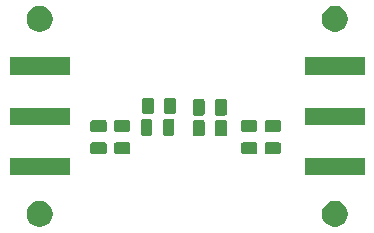
<source format=gbr>
G04 #@! TF.GenerationSoftware,KiCad,Pcbnew,(5.0.2)-1*
G04 #@! TF.CreationDate,2019-06-26T13:49:51+02:00*
G04 #@! TF.ProjectId,2.0,322e302e-6b69-4636-9164-5f7063625858,rev?*
G04 #@! TF.SameCoordinates,Original*
G04 #@! TF.FileFunction,Soldermask,Top*
G04 #@! TF.FilePolarity,Negative*
%FSLAX46Y46*%
G04 Gerber Fmt 4.6, Leading zero omitted, Abs format (unit mm)*
G04 Created by KiCad (PCBNEW (5.0.2)-1) date 06/26/19 13:49:51*
%MOMM*%
%LPD*%
G01*
G04 APERTURE LIST*
%ADD10C,0.100000*%
G04 APERTURE END LIST*
D10*
G36*
X138070857Y-104192272D02*
X138271042Y-104275191D01*
X138451213Y-104395578D01*
X138604422Y-104548787D01*
X138724809Y-104728958D01*
X138807728Y-104929143D01*
X138850000Y-105141658D01*
X138850000Y-105358342D01*
X138807728Y-105570857D01*
X138724809Y-105771042D01*
X138604422Y-105951213D01*
X138451213Y-106104422D01*
X138271042Y-106224809D01*
X138070857Y-106307728D01*
X137858342Y-106350000D01*
X137641658Y-106350000D01*
X137429143Y-106307728D01*
X137228958Y-106224809D01*
X137048787Y-106104422D01*
X136895578Y-105951213D01*
X136775191Y-105771042D01*
X136692272Y-105570857D01*
X136650000Y-105358342D01*
X136650000Y-105141658D01*
X136692272Y-104929143D01*
X136775191Y-104728958D01*
X136895578Y-104548787D01*
X137048787Y-104395578D01*
X137228958Y-104275191D01*
X137429143Y-104192272D01*
X137641658Y-104150000D01*
X137858342Y-104150000D01*
X138070857Y-104192272D01*
X138070857Y-104192272D01*
G37*
G36*
X113070857Y-104192272D02*
X113271042Y-104275191D01*
X113451213Y-104395578D01*
X113604422Y-104548787D01*
X113724809Y-104728958D01*
X113807728Y-104929143D01*
X113850000Y-105141658D01*
X113850000Y-105358342D01*
X113807728Y-105570857D01*
X113724809Y-105771042D01*
X113604422Y-105951213D01*
X113451213Y-106104422D01*
X113271042Y-106224809D01*
X113070857Y-106307728D01*
X112858342Y-106350000D01*
X112641658Y-106350000D01*
X112429143Y-106307728D01*
X112228958Y-106224809D01*
X112048787Y-106104422D01*
X111895578Y-105951213D01*
X111775191Y-105771042D01*
X111692272Y-105570857D01*
X111650000Y-105358342D01*
X111650000Y-105141658D01*
X111692272Y-104929143D01*
X111775191Y-104728958D01*
X111895578Y-104548787D01*
X112048787Y-104395578D01*
X112228958Y-104275191D01*
X112429143Y-104192272D01*
X112641658Y-104150000D01*
X112858342Y-104150000D01*
X113070857Y-104192272D01*
X113070857Y-104192272D01*
G37*
G36*
X140290000Y-102000000D02*
X135210000Y-102000000D01*
X135210000Y-100500000D01*
X140290000Y-100500000D01*
X140290000Y-102000000D01*
X140290000Y-102000000D01*
G37*
G36*
X115290000Y-102000000D02*
X110210000Y-102000000D01*
X110210000Y-100500000D01*
X115290000Y-100500000D01*
X115290000Y-102000000D01*
X115290000Y-102000000D01*
G37*
G36*
X120303992Y-99204076D02*
X120337883Y-99214357D01*
X120369111Y-99231048D01*
X120396485Y-99253515D01*
X120418952Y-99280889D01*
X120435643Y-99312117D01*
X120445924Y-99346008D01*
X120450000Y-99387391D01*
X120450000Y-99987609D01*
X120445924Y-100028992D01*
X120435643Y-100062883D01*
X120418952Y-100094111D01*
X120396485Y-100121485D01*
X120369111Y-100143952D01*
X120337883Y-100160643D01*
X120303992Y-100170924D01*
X120262609Y-100175000D01*
X119237391Y-100175000D01*
X119196008Y-100170924D01*
X119162117Y-100160643D01*
X119130889Y-100143952D01*
X119103515Y-100121485D01*
X119081048Y-100094111D01*
X119064357Y-100062883D01*
X119054076Y-100028992D01*
X119050000Y-99987609D01*
X119050000Y-99387391D01*
X119054076Y-99346008D01*
X119064357Y-99312117D01*
X119081048Y-99280889D01*
X119103515Y-99253515D01*
X119130889Y-99231048D01*
X119162117Y-99214357D01*
X119196008Y-99204076D01*
X119237391Y-99200000D01*
X120262609Y-99200000D01*
X120303992Y-99204076D01*
X120303992Y-99204076D01*
G37*
G36*
X131053992Y-99204076D02*
X131087883Y-99214357D01*
X131119111Y-99231048D01*
X131146485Y-99253515D01*
X131168952Y-99280889D01*
X131185643Y-99312117D01*
X131195924Y-99346008D01*
X131200000Y-99387391D01*
X131200000Y-99987609D01*
X131195924Y-100028992D01*
X131185643Y-100062883D01*
X131168952Y-100094111D01*
X131146485Y-100121485D01*
X131119111Y-100143952D01*
X131087883Y-100160643D01*
X131053992Y-100170924D01*
X131012609Y-100175000D01*
X129987391Y-100175000D01*
X129946008Y-100170924D01*
X129912117Y-100160643D01*
X129880889Y-100143952D01*
X129853515Y-100121485D01*
X129831048Y-100094111D01*
X129814357Y-100062883D01*
X129804076Y-100028992D01*
X129800000Y-99987609D01*
X129800000Y-99387391D01*
X129804076Y-99346008D01*
X129814357Y-99312117D01*
X129831048Y-99280889D01*
X129853515Y-99253515D01*
X129880889Y-99231048D01*
X129912117Y-99214357D01*
X129946008Y-99204076D01*
X129987391Y-99200000D01*
X131012609Y-99200000D01*
X131053992Y-99204076D01*
X131053992Y-99204076D01*
G37*
G36*
X118303992Y-99204076D02*
X118337883Y-99214357D01*
X118369111Y-99231048D01*
X118396485Y-99253515D01*
X118418952Y-99280889D01*
X118435643Y-99312117D01*
X118445924Y-99346008D01*
X118450000Y-99387391D01*
X118450000Y-99987609D01*
X118445924Y-100028992D01*
X118435643Y-100062883D01*
X118418952Y-100094111D01*
X118396485Y-100121485D01*
X118369111Y-100143952D01*
X118337883Y-100160643D01*
X118303992Y-100170924D01*
X118262609Y-100175000D01*
X117237391Y-100175000D01*
X117196008Y-100170924D01*
X117162117Y-100160643D01*
X117130889Y-100143952D01*
X117103515Y-100121485D01*
X117081048Y-100094111D01*
X117064357Y-100062883D01*
X117054076Y-100028992D01*
X117050000Y-99987609D01*
X117050000Y-99387391D01*
X117054076Y-99346008D01*
X117064357Y-99312117D01*
X117081048Y-99280889D01*
X117103515Y-99253515D01*
X117130889Y-99231048D01*
X117162117Y-99214357D01*
X117196008Y-99204076D01*
X117237391Y-99200000D01*
X118262609Y-99200000D01*
X118303992Y-99204076D01*
X118303992Y-99204076D01*
G37*
G36*
X133053992Y-99204076D02*
X133087883Y-99214357D01*
X133119111Y-99231048D01*
X133146485Y-99253515D01*
X133168952Y-99280889D01*
X133185643Y-99312117D01*
X133195924Y-99346008D01*
X133200000Y-99387391D01*
X133200000Y-99987609D01*
X133195924Y-100028992D01*
X133185643Y-100062883D01*
X133168952Y-100094111D01*
X133146485Y-100121485D01*
X133119111Y-100143952D01*
X133087883Y-100160643D01*
X133053992Y-100170924D01*
X133012609Y-100175000D01*
X131987391Y-100175000D01*
X131946008Y-100170924D01*
X131912117Y-100160643D01*
X131880889Y-100143952D01*
X131853515Y-100121485D01*
X131831048Y-100094111D01*
X131814357Y-100062883D01*
X131804076Y-100028992D01*
X131800000Y-99987609D01*
X131800000Y-99387391D01*
X131804076Y-99346008D01*
X131814357Y-99312117D01*
X131831048Y-99280889D01*
X131853515Y-99253515D01*
X131880889Y-99231048D01*
X131912117Y-99214357D01*
X131946008Y-99204076D01*
X131987391Y-99200000D01*
X133012609Y-99200000D01*
X133053992Y-99204076D01*
X133053992Y-99204076D01*
G37*
G36*
X128452072Y-97304076D02*
X128485963Y-97314357D01*
X128517191Y-97331048D01*
X128544565Y-97353515D01*
X128567032Y-97380889D01*
X128583723Y-97412117D01*
X128594004Y-97446008D01*
X128598080Y-97487391D01*
X128598080Y-98512609D01*
X128594004Y-98553992D01*
X128583723Y-98587883D01*
X128567032Y-98619111D01*
X128544565Y-98646485D01*
X128517191Y-98668952D01*
X128485963Y-98685643D01*
X128452072Y-98695924D01*
X128410689Y-98700000D01*
X127810471Y-98700000D01*
X127769088Y-98695924D01*
X127735197Y-98685643D01*
X127703969Y-98668952D01*
X127676595Y-98646485D01*
X127654128Y-98619111D01*
X127637437Y-98587883D01*
X127627156Y-98553992D01*
X127623080Y-98512609D01*
X127623080Y-97487391D01*
X127627156Y-97446008D01*
X127637437Y-97412117D01*
X127654128Y-97380889D01*
X127676595Y-97353515D01*
X127703969Y-97331048D01*
X127735197Y-97314357D01*
X127769088Y-97304076D01*
X127810471Y-97300000D01*
X128410689Y-97300000D01*
X128452072Y-97304076D01*
X128452072Y-97304076D01*
G37*
G36*
X126577072Y-97304076D02*
X126610963Y-97314357D01*
X126642191Y-97331048D01*
X126669565Y-97353515D01*
X126692032Y-97380889D01*
X126708723Y-97412117D01*
X126719004Y-97446008D01*
X126723080Y-97487391D01*
X126723080Y-98512609D01*
X126719004Y-98553992D01*
X126708723Y-98587883D01*
X126692032Y-98619111D01*
X126669565Y-98646485D01*
X126642191Y-98668952D01*
X126610963Y-98685643D01*
X126577072Y-98695924D01*
X126535689Y-98700000D01*
X125935471Y-98700000D01*
X125894088Y-98695924D01*
X125860197Y-98685643D01*
X125828969Y-98668952D01*
X125801595Y-98646485D01*
X125779128Y-98619111D01*
X125762437Y-98587883D01*
X125752156Y-98553992D01*
X125748080Y-98512609D01*
X125748080Y-97487391D01*
X125752156Y-97446008D01*
X125762437Y-97412117D01*
X125779128Y-97380889D01*
X125801595Y-97353515D01*
X125828969Y-97331048D01*
X125860197Y-97314357D01*
X125894088Y-97304076D01*
X125935471Y-97300000D01*
X126535689Y-97300000D01*
X126577072Y-97304076D01*
X126577072Y-97304076D01*
G37*
G36*
X124030812Y-97231627D02*
X124064703Y-97241908D01*
X124095931Y-97258599D01*
X124123305Y-97281066D01*
X124145772Y-97308440D01*
X124162463Y-97339668D01*
X124172744Y-97373559D01*
X124176820Y-97414942D01*
X124176820Y-98440160D01*
X124172744Y-98481543D01*
X124162463Y-98515434D01*
X124145772Y-98546662D01*
X124123305Y-98574036D01*
X124095931Y-98596503D01*
X124064703Y-98613194D01*
X124030812Y-98623475D01*
X123989429Y-98627551D01*
X123389211Y-98627551D01*
X123347828Y-98623475D01*
X123313937Y-98613194D01*
X123282709Y-98596503D01*
X123255335Y-98574036D01*
X123232868Y-98546662D01*
X123216177Y-98515434D01*
X123205896Y-98481543D01*
X123201820Y-98440160D01*
X123201820Y-97414942D01*
X123205896Y-97373559D01*
X123216177Y-97339668D01*
X123232868Y-97308440D01*
X123255335Y-97281066D01*
X123282709Y-97258599D01*
X123313937Y-97241908D01*
X123347828Y-97231627D01*
X123389211Y-97227551D01*
X123989429Y-97227551D01*
X124030812Y-97231627D01*
X124030812Y-97231627D01*
G37*
G36*
X122155812Y-97231627D02*
X122189703Y-97241908D01*
X122220931Y-97258599D01*
X122248305Y-97281066D01*
X122270772Y-97308440D01*
X122287463Y-97339668D01*
X122297744Y-97373559D01*
X122301820Y-97414942D01*
X122301820Y-98440160D01*
X122297744Y-98481543D01*
X122287463Y-98515434D01*
X122270772Y-98546662D01*
X122248305Y-98574036D01*
X122220931Y-98596503D01*
X122189703Y-98613194D01*
X122155812Y-98623475D01*
X122114429Y-98627551D01*
X121514211Y-98627551D01*
X121472828Y-98623475D01*
X121438937Y-98613194D01*
X121407709Y-98596503D01*
X121380335Y-98574036D01*
X121357868Y-98546662D01*
X121341177Y-98515434D01*
X121330896Y-98481543D01*
X121326820Y-98440160D01*
X121326820Y-97414942D01*
X121330896Y-97373559D01*
X121341177Y-97339668D01*
X121357868Y-97308440D01*
X121380335Y-97281066D01*
X121407709Y-97258599D01*
X121438937Y-97241908D01*
X121472828Y-97231627D01*
X121514211Y-97227551D01*
X122114429Y-97227551D01*
X122155812Y-97231627D01*
X122155812Y-97231627D01*
G37*
G36*
X118303992Y-97329076D02*
X118337883Y-97339357D01*
X118369111Y-97356048D01*
X118396485Y-97378515D01*
X118418952Y-97405889D01*
X118435643Y-97437117D01*
X118445924Y-97471008D01*
X118450000Y-97512391D01*
X118450000Y-98112609D01*
X118445924Y-98153992D01*
X118435643Y-98187883D01*
X118418952Y-98219111D01*
X118396485Y-98246485D01*
X118369111Y-98268952D01*
X118337883Y-98285643D01*
X118303992Y-98295924D01*
X118262609Y-98300000D01*
X117237391Y-98300000D01*
X117196008Y-98295924D01*
X117162117Y-98285643D01*
X117130889Y-98268952D01*
X117103515Y-98246485D01*
X117081048Y-98219111D01*
X117064357Y-98187883D01*
X117054076Y-98153992D01*
X117050000Y-98112609D01*
X117050000Y-97512391D01*
X117054076Y-97471008D01*
X117064357Y-97437117D01*
X117081048Y-97405889D01*
X117103515Y-97378515D01*
X117130889Y-97356048D01*
X117162117Y-97339357D01*
X117196008Y-97329076D01*
X117237391Y-97325000D01*
X118262609Y-97325000D01*
X118303992Y-97329076D01*
X118303992Y-97329076D01*
G37*
G36*
X120303992Y-97329076D02*
X120337883Y-97339357D01*
X120369111Y-97356048D01*
X120396485Y-97378515D01*
X120418952Y-97405889D01*
X120435643Y-97437117D01*
X120445924Y-97471008D01*
X120450000Y-97512391D01*
X120450000Y-98112609D01*
X120445924Y-98153992D01*
X120435643Y-98187883D01*
X120418952Y-98219111D01*
X120396485Y-98246485D01*
X120369111Y-98268952D01*
X120337883Y-98285643D01*
X120303992Y-98295924D01*
X120262609Y-98300000D01*
X119237391Y-98300000D01*
X119196008Y-98295924D01*
X119162117Y-98285643D01*
X119130889Y-98268952D01*
X119103515Y-98246485D01*
X119081048Y-98219111D01*
X119064357Y-98187883D01*
X119054076Y-98153992D01*
X119050000Y-98112609D01*
X119050000Y-97512391D01*
X119054076Y-97471008D01*
X119064357Y-97437117D01*
X119081048Y-97405889D01*
X119103515Y-97378515D01*
X119130889Y-97356048D01*
X119162117Y-97339357D01*
X119196008Y-97329076D01*
X119237391Y-97325000D01*
X120262609Y-97325000D01*
X120303992Y-97329076D01*
X120303992Y-97329076D01*
G37*
G36*
X133053992Y-97329076D02*
X133087883Y-97339357D01*
X133119111Y-97356048D01*
X133146485Y-97378515D01*
X133168952Y-97405889D01*
X133185643Y-97437117D01*
X133195924Y-97471008D01*
X133200000Y-97512391D01*
X133200000Y-98112609D01*
X133195924Y-98153992D01*
X133185643Y-98187883D01*
X133168952Y-98219111D01*
X133146485Y-98246485D01*
X133119111Y-98268952D01*
X133087883Y-98285643D01*
X133053992Y-98295924D01*
X133012609Y-98300000D01*
X131987391Y-98300000D01*
X131946008Y-98295924D01*
X131912117Y-98285643D01*
X131880889Y-98268952D01*
X131853515Y-98246485D01*
X131831048Y-98219111D01*
X131814357Y-98187883D01*
X131804076Y-98153992D01*
X131800000Y-98112609D01*
X131800000Y-97512391D01*
X131804076Y-97471008D01*
X131814357Y-97437117D01*
X131831048Y-97405889D01*
X131853515Y-97378515D01*
X131880889Y-97356048D01*
X131912117Y-97339357D01*
X131946008Y-97329076D01*
X131987391Y-97325000D01*
X133012609Y-97325000D01*
X133053992Y-97329076D01*
X133053992Y-97329076D01*
G37*
G36*
X131053992Y-97329076D02*
X131087883Y-97339357D01*
X131119111Y-97356048D01*
X131146485Y-97378515D01*
X131168952Y-97405889D01*
X131185643Y-97437117D01*
X131195924Y-97471008D01*
X131200000Y-97512391D01*
X131200000Y-98112609D01*
X131195924Y-98153992D01*
X131185643Y-98187883D01*
X131168952Y-98219111D01*
X131146485Y-98246485D01*
X131119111Y-98268952D01*
X131087883Y-98285643D01*
X131053992Y-98295924D01*
X131012609Y-98300000D01*
X129987391Y-98300000D01*
X129946008Y-98295924D01*
X129912117Y-98285643D01*
X129880889Y-98268952D01*
X129853515Y-98246485D01*
X129831048Y-98219111D01*
X129814357Y-98187883D01*
X129804076Y-98153992D01*
X129800000Y-98112609D01*
X129800000Y-97512391D01*
X129804076Y-97471008D01*
X129814357Y-97437117D01*
X129831048Y-97405889D01*
X129853515Y-97378515D01*
X129880889Y-97356048D01*
X129912117Y-97339357D01*
X129946008Y-97329076D01*
X129987391Y-97325000D01*
X131012609Y-97325000D01*
X131053992Y-97329076D01*
X131053992Y-97329076D01*
G37*
G36*
X115290000Y-97750000D02*
X110210000Y-97750000D01*
X110210000Y-96250000D01*
X115290000Y-96250000D01*
X115290000Y-97750000D01*
X115290000Y-97750000D01*
G37*
G36*
X140290000Y-97750000D02*
X135210000Y-97750000D01*
X135210000Y-96250000D01*
X140290000Y-96250000D01*
X140290000Y-97750000D01*
X140290000Y-97750000D01*
G37*
G36*
X126577072Y-95538304D02*
X126610963Y-95548585D01*
X126642191Y-95565276D01*
X126669565Y-95587743D01*
X126692032Y-95615117D01*
X126708723Y-95646345D01*
X126719004Y-95680236D01*
X126723080Y-95721619D01*
X126723080Y-96746837D01*
X126719004Y-96788220D01*
X126708723Y-96822111D01*
X126692032Y-96853339D01*
X126669565Y-96880713D01*
X126642191Y-96903180D01*
X126610963Y-96919871D01*
X126577072Y-96930152D01*
X126535689Y-96934228D01*
X125935471Y-96934228D01*
X125894088Y-96930152D01*
X125860197Y-96919871D01*
X125828969Y-96903180D01*
X125801595Y-96880713D01*
X125779128Y-96853339D01*
X125762437Y-96822111D01*
X125752156Y-96788220D01*
X125748080Y-96746837D01*
X125748080Y-95721619D01*
X125752156Y-95680236D01*
X125762437Y-95646345D01*
X125779128Y-95615117D01*
X125801595Y-95587743D01*
X125828969Y-95565276D01*
X125860197Y-95548585D01*
X125894088Y-95538304D01*
X125935471Y-95534228D01*
X126535689Y-95534228D01*
X126577072Y-95538304D01*
X126577072Y-95538304D01*
G37*
G36*
X128452072Y-95538304D02*
X128485963Y-95548585D01*
X128517191Y-95565276D01*
X128544565Y-95587743D01*
X128567032Y-95615117D01*
X128583723Y-95646345D01*
X128594004Y-95680236D01*
X128598080Y-95721619D01*
X128598080Y-96746837D01*
X128594004Y-96788220D01*
X128583723Y-96822111D01*
X128567032Y-96853339D01*
X128544565Y-96880713D01*
X128517191Y-96903180D01*
X128485963Y-96919871D01*
X128452072Y-96930152D01*
X128410689Y-96934228D01*
X127810471Y-96934228D01*
X127769088Y-96930152D01*
X127735197Y-96919871D01*
X127703969Y-96903180D01*
X127676595Y-96880713D01*
X127654128Y-96853339D01*
X127637437Y-96822111D01*
X127627156Y-96788220D01*
X127623080Y-96746837D01*
X127623080Y-95721619D01*
X127627156Y-95680236D01*
X127637437Y-95646345D01*
X127654128Y-95615117D01*
X127676595Y-95587743D01*
X127703969Y-95565276D01*
X127735197Y-95548585D01*
X127769088Y-95538304D01*
X127810471Y-95534228D01*
X128410689Y-95534228D01*
X128452072Y-95538304D01*
X128452072Y-95538304D01*
G37*
G36*
X122270813Y-95416628D02*
X122304704Y-95426909D01*
X122335932Y-95443600D01*
X122363306Y-95466067D01*
X122385773Y-95493441D01*
X122402464Y-95524669D01*
X122412745Y-95558560D01*
X122416821Y-95599943D01*
X122416821Y-96625161D01*
X122412745Y-96666544D01*
X122402464Y-96700435D01*
X122385773Y-96731663D01*
X122363306Y-96759037D01*
X122335932Y-96781504D01*
X122304704Y-96798195D01*
X122270813Y-96808476D01*
X122229430Y-96812552D01*
X121629212Y-96812552D01*
X121587829Y-96808476D01*
X121553938Y-96798195D01*
X121522710Y-96781504D01*
X121495336Y-96759037D01*
X121472869Y-96731663D01*
X121456178Y-96700435D01*
X121445897Y-96666544D01*
X121441821Y-96625161D01*
X121441821Y-95599943D01*
X121445897Y-95558560D01*
X121456178Y-95524669D01*
X121472869Y-95493441D01*
X121495336Y-95466067D01*
X121522710Y-95443600D01*
X121553938Y-95426909D01*
X121587829Y-95416628D01*
X121629212Y-95412552D01*
X122229430Y-95412552D01*
X122270813Y-95416628D01*
X122270813Y-95416628D01*
G37*
G36*
X124145813Y-95416628D02*
X124179704Y-95426909D01*
X124210932Y-95443600D01*
X124238306Y-95466067D01*
X124260773Y-95493441D01*
X124277464Y-95524669D01*
X124287745Y-95558560D01*
X124291821Y-95599943D01*
X124291821Y-96625161D01*
X124287745Y-96666544D01*
X124277464Y-96700435D01*
X124260773Y-96731663D01*
X124238306Y-96759037D01*
X124210932Y-96781504D01*
X124179704Y-96798195D01*
X124145813Y-96808476D01*
X124104430Y-96812552D01*
X123504212Y-96812552D01*
X123462829Y-96808476D01*
X123428938Y-96798195D01*
X123397710Y-96781504D01*
X123370336Y-96759037D01*
X123347869Y-96731663D01*
X123331178Y-96700435D01*
X123320897Y-96666544D01*
X123316821Y-96625161D01*
X123316821Y-95599943D01*
X123320897Y-95558560D01*
X123331178Y-95524669D01*
X123347869Y-95493441D01*
X123370336Y-95466067D01*
X123397710Y-95443600D01*
X123428938Y-95426909D01*
X123462829Y-95416628D01*
X123504212Y-95412552D01*
X124104430Y-95412552D01*
X124145813Y-95416628D01*
X124145813Y-95416628D01*
G37*
G36*
X140290000Y-93500000D02*
X135210000Y-93500000D01*
X135210000Y-92000000D01*
X140290000Y-92000000D01*
X140290000Y-93500000D01*
X140290000Y-93500000D01*
G37*
G36*
X115290000Y-93500000D02*
X110210000Y-93500000D01*
X110210000Y-92000000D01*
X115290000Y-92000000D01*
X115290000Y-93500000D01*
X115290000Y-93500000D01*
G37*
G36*
X138070857Y-87692272D02*
X138271042Y-87775191D01*
X138451213Y-87895578D01*
X138604422Y-88048787D01*
X138724809Y-88228958D01*
X138807728Y-88429143D01*
X138850000Y-88641658D01*
X138850000Y-88858342D01*
X138807728Y-89070857D01*
X138724809Y-89271042D01*
X138604422Y-89451213D01*
X138451213Y-89604422D01*
X138271042Y-89724809D01*
X138070857Y-89807728D01*
X137858342Y-89850000D01*
X137641658Y-89850000D01*
X137429143Y-89807728D01*
X137228958Y-89724809D01*
X137048787Y-89604422D01*
X136895578Y-89451213D01*
X136775191Y-89271042D01*
X136692272Y-89070857D01*
X136650000Y-88858342D01*
X136650000Y-88641658D01*
X136692272Y-88429143D01*
X136775191Y-88228958D01*
X136895578Y-88048787D01*
X137048787Y-87895578D01*
X137228958Y-87775191D01*
X137429143Y-87692272D01*
X137641658Y-87650000D01*
X137858342Y-87650000D01*
X138070857Y-87692272D01*
X138070857Y-87692272D01*
G37*
G36*
X113070857Y-87692272D02*
X113271042Y-87775191D01*
X113451213Y-87895578D01*
X113604422Y-88048787D01*
X113724809Y-88228958D01*
X113807728Y-88429143D01*
X113850000Y-88641658D01*
X113850000Y-88858342D01*
X113807728Y-89070857D01*
X113724809Y-89271042D01*
X113604422Y-89451213D01*
X113451213Y-89604422D01*
X113271042Y-89724809D01*
X113070857Y-89807728D01*
X112858342Y-89850000D01*
X112641658Y-89850000D01*
X112429143Y-89807728D01*
X112228958Y-89724809D01*
X112048787Y-89604422D01*
X111895578Y-89451213D01*
X111775191Y-89271042D01*
X111692272Y-89070857D01*
X111650000Y-88858342D01*
X111650000Y-88641658D01*
X111692272Y-88429143D01*
X111775191Y-88228958D01*
X111895578Y-88048787D01*
X112048787Y-87895578D01*
X112228958Y-87775191D01*
X112429143Y-87692272D01*
X112641658Y-87650000D01*
X112858342Y-87650000D01*
X113070857Y-87692272D01*
X113070857Y-87692272D01*
G37*
M02*

</source>
